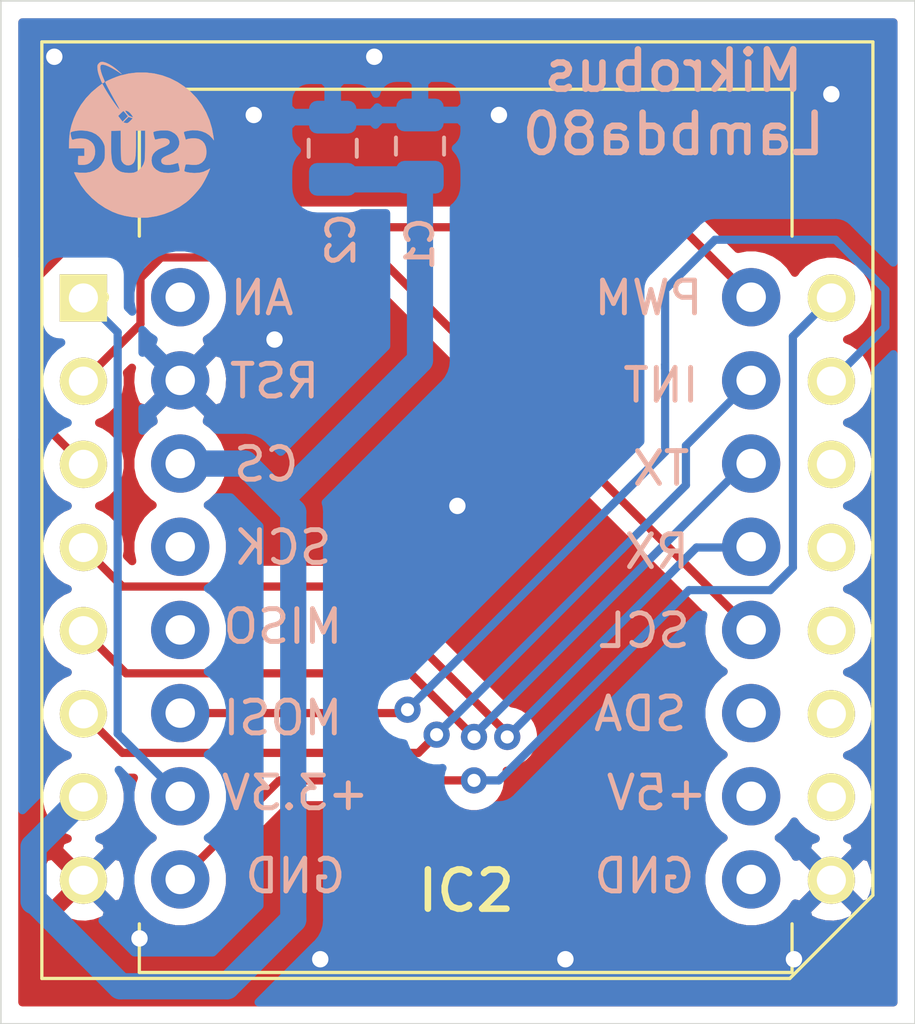
<source format=kicad_pcb>
(kicad_pcb (version 20171130) (host pcbnew "(5.1.10)-1")

  (general
    (thickness 1.6)
    (drawings 21)
    (tracks 96)
    (zones 0)
    (modules 5)
    (nets 22)
  )

  (page A4)
  (layers
    (0 F.Cu signal)
    (31 B.Cu signal)
    (32 B.Adhes user)
    (33 F.Adhes user)
    (34 B.Paste user)
    (35 F.Paste user)
    (36 B.SilkS user)
    (37 F.SilkS user)
    (38 B.Mask user)
    (39 F.Mask user)
    (40 Dwgs.User user)
    (41 Cmts.User user)
    (42 Eco1.User user)
    (43 Eco2.User user)
    (44 Edge.Cuts user)
    (45 Margin user)
    (46 B.CrtYd user)
    (47 F.CrtYd user)
    (48 B.Fab user)
    (49 F.Fab user)
  )

  (setup
    (last_trace_width 0.25)
    (trace_clearance 0.2)
    (zone_clearance 0.508)
    (zone_45_only no)
    (trace_min 0.2)
    (via_size 0.8)
    (via_drill 0.4)
    (via_min_size 0.4)
    (via_min_drill 0.3)
    (uvia_size 0.3)
    (uvia_drill 0.1)
    (uvias_allowed no)
    (uvia_min_size 0.2)
    (uvia_min_drill 0.1)
    (edge_width 0.05)
    (segment_width 0.2)
    (pcb_text_width 0.3)
    (pcb_text_size 1.5 1.5)
    (mod_edge_width 0.12)
    (mod_text_size 1 1)
    (mod_text_width 0.15)
    (pad_size 1.524 1.524)
    (pad_drill 0.762)
    (pad_to_mask_clearance 0)
    (aux_axis_origin 0 0)
    (grid_origin 117.11 39.44)
    (visible_elements 7FFFFFFF)
    (pcbplotparams
      (layerselection 0x010fc_ffffffff)
      (usegerberextensions false)
      (usegerberattributes true)
      (usegerberadvancedattributes true)
      (creategerberjobfile true)
      (excludeedgelayer true)
      (linewidth 0.100000)
      (plotframeref false)
      (viasonmask false)
      (mode 1)
      (useauxorigin false)
      (hpglpennumber 1)
      (hpglpenspeed 20)
      (hpglpendiameter 15.000000)
      (psnegative false)
      (psa4output false)
      (plotreference true)
      (plotvalue true)
      (plotinvisibletext false)
      (padsonsilk false)
      (subtractmaskfromsilk false)
      (outputformat 1)
      (mirror false)
      (drillshape 0)
      (scaleselection 1)
      (outputdirectory "Gerber/"))
  )

  (net 0 "")
  (net 1 GNDREF)
  (net 2 +3V3)
  (net 3 "Net-(IC1-Pad15)")
  (net 4 "Net-(IC1-Pad14)")
  (net 5 "Net-(IC1-Pad13)")
  (net 6 "Net-(IC1-Pad12)")
  (net 7 "Net-(IC1-Pad11)")
  (net 8 INT)
  (net 9 PWM)
  (net 10 MOSI)
  (net 11 MISO)
  (net 12 SCK)
  (net 13 CS)
  (net 14 RESET)
  (net 15 AN)
  (net 16 "Net-(IC2-Pad11)")
  (net 17 "Net-(IC2-Pad10)")
  (net 18 "Net-(IC2-Pad9)")
  (net 19 "Net-(IC2-Pad5)")
  (net 20 "Net-(IC2-Pad4)")
  (net 21 "Net-(IC2-Pad1)")

  (net_class Default "This is the default net class."
    (clearance 0.2)
    (trace_width 0.25)
    (via_dia 0.8)
    (via_drill 0.4)
    (uvia_dia 0.3)
    (uvia_drill 0.1)
    (add_net AN)
    (add_net CS)
    (add_net INT)
    (add_net MISO)
    (add_net MOSI)
    (add_net "Net-(IC1-Pad11)")
    (add_net "Net-(IC1-Pad12)")
    (add_net "Net-(IC1-Pad13)")
    (add_net "Net-(IC1-Pad14)")
    (add_net "Net-(IC1-Pad15)")
    (add_net "Net-(IC2-Pad1)")
    (add_net "Net-(IC2-Pad10)")
    (add_net "Net-(IC2-Pad11)")
    (add_net "Net-(IC2-Pad4)")
    (add_net "Net-(IC2-Pad5)")
    (add_net "Net-(IC2-Pad9)")
    (add_net PWM)
    (add_net RESET)
    (add_net SCK)
  )

  (net_class power ""
    (clearance 0.35)
    (trace_width 0.8)
    (via_dia 1)
    (via_drill 0.5)
    (uvia_dia 0.3)
    (uvia_drill 0.1)
    (add_net +3V3)
    (add_net GNDREF)
  )

  (module Logos-image:Image-Csug_6x6 (layer B.Cu) (tedit 60DB247E) (tstamp 60EDC2E5)
    (at 123.698 66.294 180)
    (fp_text reference G*** (at 0 0) (layer B.SilkS) hide
      (effects (font (size 1.524 1.524) (thickness 0.3)) (justify mirror))
    )
    (fp_text value LOGO (at 0.75 0) (layer B.SilkS) hide
      (effects (font (size 1.524 1.524) (thickness 0.3)) (justify mirror))
    )
    (fp_poly (pts (xy 0.383349 2.027458) (xy 0.63513 1.968363) (xy 0.704465 1.946444) (xy 0.77153 1.922367)
      (xy 0.847105 1.892645) (xy 0.924314 1.860295) (xy 0.99628 1.828328) (xy 1.056129 1.799761)
      (xy 1.096982 1.777606) (xy 1.109033 1.769095) (xy 1.104322 1.753475) (xy 1.086236 1.714136)
      (xy 1.056886 1.655078) (xy 1.018385 1.580298) (xy 0.972846 1.493794) (xy 0.922381 1.399564)
      (xy 0.869104 1.301606) (xy 0.815125 1.203919) (xy 0.762559 1.110501) (xy 0.742333 1.075105)
      (xy 0.709635 1.016051) (xy 0.685126 0.967658) (xy 0.671804 0.936104) (xy 0.670696 0.927387)
      (xy 0.684426 0.934447) (xy 0.712316 0.964571) (xy 0.751692 1.013906) (xy 0.799877 1.078599)
      (xy 0.854195 1.154795) (xy 0.911969 1.238641) (xy 0.970525 1.326284) (xy 1.027185 1.41387)
      (xy 1.079274 1.497547) (xy 1.124115 1.573459) (xy 1.143377 1.608027) (xy 1.201909 1.715866)
      (xy 1.335173 1.617073) (xy 1.526328 1.456292) (xy 1.700201 1.271516) (xy 1.853257 1.067369)
      (xy 1.981959 0.848474) (xy 2.06779 0.658813) (xy 2.138896 0.451778) (xy 2.185172 0.252954)
      (xy 2.208462 0.053336) (xy 2.212015 -0.045086) (xy 2.214562 -0.25686) (xy 1.980406 -0.2547)
      (xy 1.74625 -0.252541) (xy 1.74625 -0.492125) (xy 1.934241 -0.492125) (xy 1.939464 -0.61283)
      (xy 1.940739 -0.672886) (xy 1.939321 -0.720912) (xy 1.935524 -0.747806) (xy 1.934719 -0.749536)
      (xy 1.914351 -0.756946) (xy 1.868988 -0.760628) (xy 1.805222 -0.760085) (xy 1.798536 -0.7598)
      (xy 1.72761 -0.754708) (xy 1.676153 -0.744987) (xy 1.631917 -0.727408) (xy 1.594191 -0.705947)
      (xy 1.517819 -0.641029) (xy 1.462482 -0.555838) (xy 1.429588 -0.45506) (xy 1.420545 -0.343378)
      (xy 1.436762 -0.225478) (xy 1.44287 -0.202568) (xy 1.481939 -0.121635) (xy 1.546592 -0.051813)
      (xy 1.631238 0.001804) (xy 1.692672 0.025073) (xy 1.773062 0.039737) (xy 1.866825 0.043719)
      (xy 1.9605 0.037369) (xy 2.040627 0.021038) (xy 2.056536 0.0156) (xy 2.094406 0.00561)
      (xy 2.119573 0.005841) (xy 2.132412 0.024289) (xy 2.146499 0.064021) (xy 2.159476 0.114777)
      (xy 2.168984 0.166295) (xy 2.172665 0.208317) (xy 2.170387 0.226921) (xy 2.149052 0.244072)
      (xy 2.102662 0.26038) (xy 2.037908 0.274551) (xy 1.961483 0.285289) (xy 1.880079 0.2913)
      (xy 1.833562 0.292112) (xy 1.668588 0.278565) (xy 1.522288 0.240235) (xy 1.395389 0.177528)
      (xy 1.288616 0.090848) (xy 1.202697 -0.019399) (xy 1.170346 -0.077976) (xy 1.148562 -0.123876)
      (xy 1.134038 -0.161982) (xy 1.125307 -0.200744) (xy 1.120901 -0.248615) (xy 1.119355 -0.314048)
      (xy 1.119187 -0.372728) (xy 1.119826 -0.456864) (xy 1.122556 -0.517502) (xy 1.128598 -0.562884)
      (xy 1.139172 -0.601251) (xy 1.155497 -0.640844) (xy 1.16048 -0.651599) (xy 1.232065 -0.769083)
      (xy 1.325234 -0.864198) (xy 1.438295 -0.936166) (xy 1.569556 -0.984213) (xy 1.717325 -1.007563)
      (xy 1.879911 -1.005441) (xy 1.922298 -1.000886) (xy 1.982992 -0.994015) (xy 2.030313 -0.99005)
      (xy 2.056524 -0.989588) (xy 2.059244 -0.990327) (xy 2.054729 -1.005858) (xy 2.038128 -1.043914)
      (xy 2.012029 -1.098866) (xy 1.979024 -1.165086) (xy 1.977123 -1.16882) (xy 1.849702 -1.384748)
      (xy 1.696112 -1.586436) (xy 1.519734 -1.770968) (xy 1.32395 -1.935427) (xy 1.112139 -2.076897)
      (xy 0.887682 -2.19246) (xy 0.711141 -2.261025) (xy 0.518128 -2.314194) (xy 0.309525 -2.351303)
      (xy 0.096683 -2.371063) (xy -0.109047 -2.372184) (xy -0.206375 -2.365284) (xy -0.454352 -2.325685)
      (xy -0.697932 -2.25812) (xy -0.932326 -2.164614) (xy -1.152746 -2.047195) (xy -1.354401 -1.907886)
      (xy -1.424825 -1.849882) (xy -1.498445 -1.781765) (xy -1.579883 -1.699154) (xy -1.66213 -1.609799)
      (xy -1.738176 -1.521453) (xy -1.80101 -1.441867) (xy -1.827198 -1.404937) (xy -1.875623 -1.326933)
      (xy -1.929034 -1.231755) (xy -1.981735 -1.13035) (xy -2.028031 -1.033669) (xy -2.061645 -0.954196)
      (xy -2.091749 -0.87497) (xy -2.010164 -0.921014) (xy -1.890081 -0.975241) (xy -1.761788 -1.005376)
      (xy -1.61845 -1.012819) (xy -1.571625 -1.010844) (xy -1.475254 -1.002266) (xy -1.396578 -0.989816)
      (xy -1.339489 -0.974434) (xy -1.307878 -0.957061) (xy -1.30277 -0.945867) (xy -1.305219 -0.930003)
      (xy -1.164259 -0.930003) (xy -1.159383 -0.942467) (xy -1.137 -0.95422) (xy -1.093183 -0.97014)
      (xy -1.037335 -0.986819) (xy -1.036229 -0.987118) (xy -0.927746 -1.007059) (xy -0.81056 -1.012853)
      (xy -0.695174 -1.004974) (xy -0.59209 -0.983895) (xy -0.53975 -0.964763) (xy -0.439199 -0.906222)
      (xy -0.366902 -0.833936) (xy -0.321783 -0.746322) (xy -0.30277 -0.641799) (xy -0.301974 -0.614523)
      (xy -0.314109 -0.515915) (xy -0.352179 -0.429961) (xy -0.417487 -0.355139) (xy -0.511331 -0.289926)
      (xy -0.624555 -0.236885) (xy -0.721421 -0.195279) (xy -0.790048 -0.157633) (xy -0.833353 -0.121779)
      (xy -0.854249 -0.08555) (xy -0.85725 -0.063844) (xy -0.843454 -0.01212) (xy -0.802605 0.023887)
      (xy -0.735514 0.043681) (xy -0.67507 0.047625) (xy -0.605825 0.043522) (xy -0.535155 0.033006)
      (xy -0.498951 0.024273) (xy -0.453056 0.013026) (xy -0.420575 0.009814) (xy -0.411802 0.012367)
      (xy -0.401295 0.03526) (xy -0.388021 0.077366) (xy -0.374454 0.128651) (xy -0.363067 0.179086)
      (xy -0.356332 0.218641) (xy -0.356442 0.236919) (xy -0.382189 0.254147) (xy -0.433183 0.269596)
      (xy -0.502925 0.282109) (xy -0.538397 0.28575) (xy -0.111125 0.28575) (xy -0.111125 -0.13277)
      (xy -0.110512 -0.250032) (xy -0.108786 -0.361334) (xy -0.106119 -0.461337) (xy -0.102681 -0.5447)
      (xy -0.098645 -0.606084) (xy -0.094966 -0.636499) (xy -0.060658 -0.742805) (xy -0.002725 -0.838473)
      (xy 0.073786 -0.917874) (xy 0.163831 -0.975383) (xy 0.230187 -0.999104) (xy 0.30803 -1.010131)
      (xy 0.401853 -1.011262) (xy 0.499367 -1.003396) (xy 0.588285 -0.987431) (xy 0.646773 -0.968664)
      (xy 0.736012 -0.914543) (xy 0.81372 -0.837217) (xy 0.871622 -0.745065) (xy 0.875077 -0.737471)
      (xy 0.895896 -0.678191) (xy 0.911913 -0.603633) (xy 0.923406 -0.510597) (xy 0.930654 -0.395886)
      (xy 0.933939 -0.2563) (xy 0.933539 -0.088642) (xy 0.933324 -0.071437) (xy 0.928687 0.277813)
      (xy 0.782953 0.282363) (xy 0.637218 0.286913) (xy 0.63214 -0.162137) (xy 0.630588 -0.293327)
      (xy 0.629021 -0.396696) (xy 0.627106 -0.476174) (xy 0.624511 -0.535689) (xy 0.620903 -0.579168)
      (xy 0.61595 -0.610541) (xy 0.609318 -0.633736) (xy 0.600676 -0.65268) (xy 0.589691 -0.671303)
      (xy 0.588923 -0.67254) (xy 0.536184 -0.731434) (xy 0.469757 -0.766825) (xy 0.396991 -0.776434)
      (xy 0.325237 -0.757985) (xy 0.320642 -0.755687) (xy 0.281642 -0.731737) (xy 0.250086 -0.702086)
      (xy 0.225224 -0.663369) (xy 0.206308 -0.612221) (xy 0.192587 -0.545277) (xy 0.183314 -0.459171)
      (xy 0.177738 -0.350539) (xy 0.175111 -0.216016) (xy 0.174625 -0.099852) (xy 0.174625 0.28575)
      (xy -0.111125 0.28575) (xy -0.538397 0.28575) (xy -0.584918 0.290525) (xy -0.672664 0.293686)
      (xy -0.674688 0.293688) (xy -0.753003 0.292601) (xy -0.809622 0.288219) (xy -0.854557 0.278861)
      (xy -0.897821 0.262848) (xy -0.92075 0.252391) (xy -1.015748 0.196046) (xy -1.084742 0.12756)
      (xy -1.129219 0.050278) (xy -1.155983 -0.04757) (xy -1.152481 -0.14266) (xy -1.120196 -0.232281)
      (xy -1.060611 -0.313722) (xy -0.97521 -0.384271) (xy -0.865477 -0.441219) (xy -0.858796 -0.44389)
      (xy -0.755604 -0.487626) (xy -0.680902 -0.52729) (xy -0.632127 -0.565447) (xy -0.60672 -0.604659)
      (xy -0.60212 -0.64749) (xy -0.613112 -0.689851) (xy -0.643284 -0.726332) (xy -0.697739 -0.750449)
      (xy -0.771307 -0.761686) (xy -0.858816 -0.759531) (xy -0.955094 -0.74347) (xy -1.008066 -0.729094)
      (xy -1.061025 -0.713558) (xy -1.10031 -0.703585) (xy -1.117921 -0.701192) (xy -1.118133 -0.701357)
      (xy -1.123449 -0.718153) (xy -1.133873 -0.757625) (xy -1.147242 -0.811542) (xy -1.148473 -0.816645)
      (xy -1.162447 -0.886801) (xy -1.164259 -0.930003) (xy -1.305219 -0.930003) (xy -1.306445 -0.922068)
      (xy -1.314945 -0.877772) (xy -1.324135 -0.833437) (xy -1.336559 -0.780903) (xy -1.348111 -0.752862)
      (xy -1.363181 -0.742494) (xy -1.382647 -0.742554) (xy -1.506214 -0.754573) (xy -1.603466 -0.758969)
      (xy -1.678921 -0.755693) (xy -1.737098 -0.744698) (xy -1.755382 -0.738575) (xy -1.845354 -0.688464)
      (xy -1.913628 -0.616218) (xy -1.959084 -0.523879) (xy -1.980602 -0.41349) (xy -1.980873 -0.327357)
      (xy -1.960991 -0.208496) (xy -1.918831 -0.110628) (xy -1.855247 -0.034971) (xy -1.771094 0.017254)
      (xy -1.728866 0.032183) (xy -1.665272 0.043033) (xy -1.585867 0.046433) (xy -1.504205 0.042689)
      (xy -1.433844 0.032104) (xy -1.408976 0.025011) (xy -1.349515 0.00379) (xy -1.331776 0.069364)
      (xy -1.316735 0.12349) (xy -1.302292 0.17324) (xy -1.299956 0.180963) (xy -1.29025 0.216086)
      (xy -1.291214 0.23826) (xy -1.308179 0.252778) (xy -1.346472 0.264933) (xy -1.396166 0.276541)
      (xy -1.549608 0.298368) (xy -1.698597 0.294481) (xy -1.839036 0.26611) (xy -1.966826 0.214486)
      (xy -2.077871 0.14084) (xy -2.168072 0.046404) (xy -2.169784 0.044112) (xy -2.208438 -0.007937)
      (xy -2.197956 0.079375) (xy -2.150546 0.346094) (xy -2.074398 0.600586) (xy -2.048875 0.659745)
      (xy 0.269875 0.659745) (xy 0.280283 0.646582) (xy 0.307555 0.61762) (xy 0.345281 0.579634)
      (xy 0.387261 0.539826) (xy 0.416972 0.518643) (xy 0.44396 0.511643) (xy 0.477774 0.514384)
      (xy 0.483591 0.515291) (xy 0.525238 0.523428) (xy 0.551357 0.531307) (xy 0.554273 0.533107)
      (xy 0.547748 0.547171) (xy 0.523343 0.577102) (xy 0.486099 0.616798) (xy 0.480437 0.622497)
      (xy 0.398824 0.70411) (xy 0.334349 0.684793) (xy 0.294823 0.67174) (xy 0.272058 0.661876)
      (xy 0.269875 0.659745) (xy -2.048875 0.659745) (xy -2.034868 0.692208) (xy 0.254 0.692208)
      (xy 0.26739 0.692312) (xy 0.301463 0.701162) (xy 0.325095 0.708777) (xy 0.353281 0.722313)
      (xy 0.414832 0.722313) (xy 0.496592 0.638969) (xy 0.536408 0.598715) (xy 0.566283 0.569138)
      (xy 0.580526 0.555863) (xy 0.580956 0.555625) (xy 0.591027 0.56726) (xy 0.615063 0.597862)
      (xy 0.648004 0.640983) (xy 0.650329 0.644061) (xy 0.717099 0.732497) (xy 0.640331 0.810724)
      (xy 0.600705 0.849149) (xy 0.569534 0.875784) (xy 0.55334 0.885073) (xy 0.5531 0.885007)
      (xy 0.538428 0.871462) (xy 0.51048 0.840017) (xy 0.478735 0.801688) (xy 0.414832 0.722313)
      (xy 0.353281 0.722313) (xy 0.379708 0.735004) (xy 0.426595 0.777278) (xy 0.453995 0.811747)
      (xy 0.483204 0.853877) (xy 0.501544 0.884952) (xy 0.505123 0.897168) (xy 0.487205 0.897241)
      (xy 0.450992 0.889118) (xy 0.439589 0.88578) (xy 0.389966 0.860362) (xy 0.340066 0.812225)
      (xy 0.317365 0.783789) (xy 0.285174 0.740085) (xy 0.262364 0.707076) (xy 0.254 0.692208)
      (xy -2.034868 0.692208) (xy -1.970572 0.841229) (xy -1.840129 1.066396) (xy -1.684128 1.274465)
      (xy -1.50363 1.463811) (xy -1.299694 1.632809) (xy -1.097167 1.766064) (xy -0.869682 1.881389)
      (xy -0.63031 1.968428) (xy -0.382185 2.026869) (xy -0.128444 2.056396) (xy 0.127779 2.056697)
      (xy 0.383349 2.027458)) (layer B.SilkS) (width 0.01))
    (fp_poly (pts (xy 1.250028 2.376366) (xy 1.285265 2.356501) (xy 1.310294 2.330009) (xy 1.332889 2.300572)
      (xy 1.344873 2.273354) (xy 1.348439 2.237914) (xy 1.345783 2.183811) (xy 1.344495 2.167291)
      (xy 1.33394 2.095053) (xy 1.312146 2.011276) (xy 1.277589 1.911178) (xy 1.228746 1.789974)
      (xy 1.211704 1.750219) (xy 1.196966 1.732404) (xy 1.173072 1.737685) (xy 1.150926 1.752233)
      (xy 1.135452 1.765609) (xy 1.130505 1.781257) (xy 1.136874 1.807375) (xy 1.155348 1.85216)
      (xy 1.161991 1.867327) (xy 1.209564 1.985276) (xy 1.242719 2.088663) (xy 1.260713 2.174231)
      (xy 1.262803 2.238722) (xy 1.25394 2.270471) (xy 1.238998 2.291329) (xy 1.217248 2.299947)
      (xy 1.178548 2.299011) (xy 1.155597 2.296509) (xy 1.094038 2.281131) (xy 1.012518 2.248433)
      (xy 0.915953 2.200822) (xy 0.809258 2.140706) (xy 0.706437 2.076464) (xy 0.611187 2.014141)
      (xy 0.682625 2.081012) (xy 0.787783 2.17204) (xy 0.893595 2.249949) (xy 0.995504 2.3121)
      (xy 1.088951 2.355856) (xy 1.169382 2.378576) (xy 1.20112 2.381238) (xy 1.250028 2.376366)) (layer B.SilkS) (width 0.01))
  )

  (module LIB_LAMBDA80C-24-Traversant:Lambda80C_24S-traversant (layer F.Cu) (tedit 60E71243) (tstamp 60E77DDA)
    (at 132.334 73.152)
    (path /60E6FFFC)
    (fp_text reference IC2 (at 1.286 16.072 180) (layer F.SilkS)
      (effects (font (size 1.2 1.2) (thickness 0.2)))
    )
    (fp_text value LAMBDA80C-24S (at 0 -0.5) (layer F.Fab)
      (effects (font (size 1 1) (thickness 0.15)))
    )
    (fp_line (start 11.245 -8.405) (end 11.245 18.565) (layer Dwgs.User) (width 0.2))
    (fp_line (start -8.705 18.565) (end -8.705 -8.405) (layer Dwgs.User) (width 0.2))
    (fp_line (start -8.705 -8.405) (end 11.245 -8.405) (layer Dwgs.User) (width 0.2))
    (fp_line (start -10.93 -9.405) (end 12.245 -9.405) (layer Dwgs.User) (width 0.1))
    (fp_line (start 11.245 18.565) (end -8.705 18.565) (layer Dwgs.User) (width 0.2))
    (fp_line (start 12.245 -9.405) (end 12.245 19.565) (layer Dwgs.User) (width 0.1))
    (fp_line (start 12.245 19.565) (end -10.93 19.565) (layer Dwgs.User) (width 0.1))
    (fp_line (start -10.93 19.565) (end -10.93 -9.405) (layer Dwgs.User) (width 0.1))
    (fp_line (start -8.705 17.08) (end -8.705 18.565) (layer F.SilkS) (width 0.1))
    (fp_line (start -8.705 18.565) (end 11.245 18.565) (layer F.SilkS) (width 0.1))
    (fp_line (start -8.705 -8.405) (end 11.245 -8.405) (layer F.SilkS) (width 0.1))
    (fp_line (start -9.93 -2.055) (end -9.93 -2.055) (layer F.SilkS) (width 0.2))
    (fp_line (start 11.245 18.565) (end 11.245 17.08) (layer F.SilkS) (width 0.1))
    (fp_line (start -9.73 -2.055) (end -9.73 -2.055) (layer F.SilkS) (width 0.2))
    (fp_line (start -8.705 -3.92) (end -8.705 -8.405) (layer F.SilkS) (width 0.1))
    (fp_line (start 11.245 -8.405) (end 11.245 -3.92) (layer F.SilkS) (width 0.1))
    (fp_text user LAMBDA80C24S (at 0.658 5.08) (layer F.SilkS) hide
      (effects (font (size 1.27 1.27) (thickness 0.254)))
    )
    (fp_arc (start -9.83 -2.055) (end -9.73 -2.055) (angle -180) (layer F.SilkS) (width 0.2))
    (fp_arc (start -9.83 -2.055) (end -9.93 -2.055) (angle -180) (layer F.SilkS) (width 0.2))
    (pad 5 thru_hole circle (at -7.455 8.105 90) (size 1.78 1.78) (drill 0.9) (layers *.Cu *.Mask)
      (net 19 "Net-(IC2-Pad5)"))
    (pad 13 thru_hole circle (at 9.995 5.565 90) (size 1.78 1.78) (drill 0.9) (layers *.Cu *.Mask)
      (net 12 SCK))
    (pad 3 thru_hole circle (at -7.455 3.025 90) (size 1.78 1.78) (drill 0.9) (layers *.Cu *.Mask)
      (net 2 +3V3))
    (pad 14 thru_hole circle (at 9.995 3.025 90) (size 1.78 1.78) (drill 0.9) (layers *.Cu *.Mask)
      (net 11 MISO))
    (pad 16 thru_hole circle (at 9.995 -2.055 90) (size 1.78 1.78) (drill 0.9) (layers *.Cu *.Mask)
      (net 13 CS))
    (pad 6 thru_hole circle (at -7.455 10.645 90) (size 1.78 1.78) (drill 0.9) (layers *.Cu *.Mask)
      (net 8 INT))
    (pad 9 thru_hole circle (at 9.995 15.725 90) (size 1.78 1.78) (drill 0.9) (layers *.Cu *.Mask)
      (net 18 "Net-(IC2-Pad9)"))
    (pad 2 thru_hole circle (at -7.455 0.485 90) (size 1.78 1.78) (drill 0.9) (layers *.Cu *.Mask)
      (net 1 GNDREF))
    (pad 7 thru_hole circle (at -7.455 13.185 90) (size 1.78 1.78) (drill 0.9) (layers *.Cu *.Mask)
      (net 15 AN))
    (pad 10 thru_hole circle (at 9.995 13.185 90) (size 1.78 1.78) (drill 0.9) (layers *.Cu *.Mask)
      (net 17 "Net-(IC2-Pad10)"))
    (pad 11 thru_hole circle (at 9.995 10.645 90) (size 1.78 1.78) (drill 0.9) (layers *.Cu *.Mask)
      (net 16 "Net-(IC2-Pad11)"))
    (pad 12 thru_hole circle (at 9.995 8.105 90) (size 1.78 1.78) (drill 0.9) (layers *.Cu *.Mask)
      (net 14 RESET))
    (pad 1 thru_hole circle (at -7.455 -2.055 90) (size 1.78 1.78) (drill 0.9) (layers *.Cu *.Mask)
      (net 21 "Net-(IC2-Pad1)"))
    (pad 8 thru_hole circle (at -7.455 15.725 90) (size 1.78 1.78) (drill 0.9) (layers *.Cu *.Mask)
      (net 9 PWM))
    (pad 15 thru_hole circle (at 9.995 0.485 90) (size 1.78 1.78) (drill 0.9) (layers *.Cu *.Mask)
      (net 10 MOSI))
    (pad 4 thru_hole circle (at -7.455 5.565 90) (size 1.78 1.78) (drill 0.9) (layers *.Cu *.Mask)
      (net 20 "Net-(IC2-Pad4)"))
  )

  (module MIKROE-924:MIKROE924 (layer F.Cu) (tedit 60CB6671) (tstamp 60E75B75)
    (at 121.92 71.12)
    (descr MIKROE-924-2)
    (tags "Integrated Circuit")
    (path /60E71ED5)
    (fp_text reference IC1 (at 11.43 6.48) (layer F.SilkS) hide
      (effects (font (size 1.27 1.27) (thickness 0.254)))
    )
    (fp_text value MIKROE-924 (at 11.43 6.48) (layer F.SilkS) hide
      (effects (font (size 1.27 1.27) (thickness 0.254)))
    )
    (fp_line (start -2.27 -8.82) (end 25.13 -8.82) (layer Dwgs.User) (width 0.1))
    (fp_line (start 25.13 -8.82) (end 25.13 21.78) (layer Dwgs.User) (width 0.1))
    (fp_line (start 25.13 21.78) (end -2.27 21.78) (layer Dwgs.User) (width 0.1))
    (fp_line (start -2.27 21.78) (end -2.27 -8.82) (layer Dwgs.User) (width 0.1))
    (fp_line (start 24.13 18.24) (end 21.59 20.78) (layer Dwgs.User) (width 0.2))
    (fp_line (start 21.59 20.78) (end -1.27 20.78) (layer Dwgs.User) (width 0.2))
    (fp_line (start -1.27 20.78) (end -1.27 -7.82) (layer Dwgs.User) (width 0.2))
    (fp_line (start -1.27 -7.82) (end 24.13 -7.82) (layer Dwgs.User) (width 0.2))
    (fp_line (start 24.13 -7.82) (end 24.13 18.24) (layer Dwgs.User) (width 0.2))
    (fp_line (start -1.27 -7.16) (end -1.27 20.78) (layer F.SilkS) (width 0.1))
    (fp_line (start -1.27 20.78) (end 21.59 20.78) (layer F.SilkS) (width 0.1))
    (fp_line (start 21.59 20.78) (end 24.13 18.24) (layer F.SilkS) (width 0.1))
    (fp_line (start 24.13 18.24) (end 24.13 -7.82) (layer F.SilkS) (width 0.1))
    (fp_line (start 24.13 -7.82) (end -1.27 -7.82) (layer F.SilkS) (width 0.1))
    (fp_line (start -1.27 -7.82) (end -1.27 -7.16) (layer F.SilkS) (width 0.1))
    (pad 16 thru_hole circle (at 22.86 17.78 90) (size 1.445 1.445) (drill 0.889) (layers *.Cu *.Mask F.SilkS)
      (net 1 GNDREF))
    (pad 15 thru_hole circle (at 22.86 15.24 90) (size 1.445 1.445) (drill 0.889) (layers *.Cu *.Mask F.SilkS)
      (net 3 "Net-(IC1-Pad15)"))
    (pad 14 thru_hole circle (at 22.86 12.7 90) (size 1.445 1.445) (drill 0.889) (layers *.Cu *.Mask F.SilkS)
      (net 4 "Net-(IC1-Pad14)"))
    (pad 13 thru_hole circle (at 22.86 10.16 90) (size 1.445 1.445) (drill 0.889) (layers *.Cu *.Mask F.SilkS)
      (net 5 "Net-(IC1-Pad13)"))
    (pad 12 thru_hole circle (at 22.86 7.62 90) (size 1.445 1.445) (drill 0.889) (layers *.Cu *.Mask F.SilkS)
      (net 6 "Net-(IC1-Pad12)"))
    (pad 11 thru_hole circle (at 22.86 5.08 90) (size 1.445 1.445) (drill 0.889) (layers *.Cu *.Mask F.SilkS)
      (net 7 "Net-(IC1-Pad11)"))
    (pad 10 thru_hole circle (at 22.86 2.54 90) (size 1.445 1.445) (drill 0.889) (layers *.Cu *.Mask F.SilkS)
      (net 8 INT))
    (pad 9 thru_hole circle (at 22.86 0 90) (size 1.445 1.445) (drill 0.889) (layers *.Cu *.Mask F.SilkS)
      (net 9 PWM))
    (pad 8 thru_hole circle (at 0 17.78 90) (size 1.445 1.445) (drill 0.889) (layers *.Cu *.Mask F.SilkS)
      (net 1 GNDREF))
    (pad 7 thru_hole circle (at 0 15.24 90) (size 1.445 1.445) (drill 0.889) (layers *.Cu *.Mask F.SilkS)
      (net 2 +3V3))
    (pad 6 thru_hole circle (at 0 12.7 90) (size 1.445 1.445) (drill 0.889) (layers *.Cu *.Mask F.SilkS)
      (net 10 MOSI))
    (pad 5 thru_hole circle (at 0 10.16 90) (size 1.445 1.445) (drill 0.889) (layers *.Cu *.Mask F.SilkS)
      (net 11 MISO))
    (pad 4 thru_hole circle (at 0 7.62 90) (size 1.445 1.445) (drill 0.889) (layers *.Cu *.Mask F.SilkS)
      (net 12 SCK))
    (pad 3 thru_hole circle (at 0 5.08 90) (size 1.445 1.445) (drill 0.889) (layers *.Cu *.Mask F.SilkS)
      (net 13 CS))
    (pad 2 thru_hole circle (at 0 2.54 90) (size 1.445 1.445) (drill 0.889) (layers *.Cu *.Mask F.SilkS)
      (net 14 RESET))
    (pad 1 thru_hole rect (at 0 0 90) (size 1.445 1.445) (drill 0.889) (layers *.Cu *.Mask F.SilkS)
      (net 15 AN))
  )

  (module Capacitor_SMD:C_0805_2012Metric (layer B.Cu) (tedit 5F68FEEE) (tstamp 60E75B52)
    (at 129.54 66.548 90)
    (descr "Capacitor SMD 0805 (2012 Metric), square (rectangular) end terminal, IPC_7351 nominal, (Body size source: IPC-SM-782 page 76, https://www.pcb-3d.com/wordpress/wp-content/uploads/ipc-sm-782a_amendment_1_and_2.pdf, https://docs.google.com/spreadsheets/d/1BsfQQcO9C6DZCsRaXUlFlo91Tg2WpOkGARC1WS5S8t0/edit?usp=sharing), generated with kicad-footprint-generator")
    (tags capacitor)
    (path /60E8D51A)
    (attr smd)
    (fp_text reference C2 (at -2.794 0.254 90) (layer B.SilkS)
      (effects (font (size 0.8 0.8) (thickness 0.15)) (justify mirror))
    )
    (fp_text value 100nF (at 0 -1.68 90) (layer B.Fab)
      (effects (font (size 1 1) (thickness 0.15)) (justify mirror))
    )
    (fp_line (start 1.7 -0.98) (end -1.7 -0.98) (layer B.CrtYd) (width 0.05))
    (fp_line (start 1.7 0.98) (end 1.7 -0.98) (layer B.CrtYd) (width 0.05))
    (fp_line (start -1.7 0.98) (end 1.7 0.98) (layer B.CrtYd) (width 0.05))
    (fp_line (start -1.7 -0.98) (end -1.7 0.98) (layer B.CrtYd) (width 0.05))
    (fp_line (start -0.261252 -0.735) (end 0.261252 -0.735) (layer B.SilkS) (width 0.12))
    (fp_line (start -0.261252 0.735) (end 0.261252 0.735) (layer B.SilkS) (width 0.12))
    (fp_line (start 1 -0.625) (end -1 -0.625) (layer B.Fab) (width 0.1))
    (fp_line (start 1 0.625) (end 1 -0.625) (layer B.Fab) (width 0.1))
    (fp_line (start -1 0.625) (end 1 0.625) (layer B.Fab) (width 0.1))
    (fp_line (start -1 -0.625) (end -1 0.625) (layer B.Fab) (width 0.1))
    (fp_text user %R (at 0 0 90) (layer B.Fab)
      (effects (font (size 0.5 0.5) (thickness 0.08)) (justify mirror))
    )
    (pad 2 smd roundrect (at 0.95 0 90) (size 1 1.45) (layers B.Cu B.Paste B.Mask) (roundrect_rratio 0.25)
      (net 1 GNDREF))
    (pad 1 smd roundrect (at -0.95 0 90) (size 1 1.45) (layers B.Cu B.Paste B.Mask) (roundrect_rratio 0.25)
      (net 2 +3V3))
    (model ${KISYS3DMOD}/Capacitor_SMD.3dshapes/C_0805_2012Metric.wrl
      (at (xyz 0 0 0))
      (scale (xyz 1 1 1))
      (rotate (xyz 0 0 0))
    )
  )

  (module Capacitor_SMD:C_0805_2012Metric (layer B.Cu) (tedit 5F68FEEE) (tstamp 60E75B41)
    (at 132.207 66.482 90)
    (descr "Capacitor SMD 0805 (2012 Metric), square (rectangular) end terminal, IPC_7351 nominal, (Body size source: IPC-SM-782 page 76, https://www.pcb-3d.com/wordpress/wp-content/uploads/ipc-sm-782a_amendment_1_and_2.pdf, https://docs.google.com/spreadsheets/d/1BsfQQcO9C6DZCsRaXUlFlo91Tg2WpOkGARC1WS5S8t0/edit?usp=sharing), generated with kicad-footprint-generator")
    (tags capacitor)
    (path /60E8A87C)
    (attr smd)
    (fp_text reference C1 (at -2.987 0 90) (layer B.SilkS)
      (effects (font (size 0.8 0.8) (thickness 0.15)) (justify mirror))
    )
    (fp_text value 10uF (at 0 -1.68 90) (layer B.Fab)
      (effects (font (size 1 1) (thickness 0.15)) (justify mirror))
    )
    (fp_line (start 1.7 -0.98) (end -1.7 -0.98) (layer B.CrtYd) (width 0.05))
    (fp_line (start 1.7 0.98) (end 1.7 -0.98) (layer B.CrtYd) (width 0.05))
    (fp_line (start -1.7 0.98) (end 1.7 0.98) (layer B.CrtYd) (width 0.05))
    (fp_line (start -1.7 -0.98) (end -1.7 0.98) (layer B.CrtYd) (width 0.05))
    (fp_line (start -0.261252 -0.735) (end 0.261252 -0.735) (layer B.SilkS) (width 0.12))
    (fp_line (start -0.261252 0.735) (end 0.261252 0.735) (layer B.SilkS) (width 0.12))
    (fp_line (start 1 -0.625) (end -1 -0.625) (layer B.Fab) (width 0.1))
    (fp_line (start 1 0.625) (end 1 -0.625) (layer B.Fab) (width 0.1))
    (fp_line (start -1 0.625) (end 1 0.625) (layer B.Fab) (width 0.1))
    (fp_line (start -1 -0.625) (end -1 0.625) (layer B.Fab) (width 0.1))
    (fp_text user %R (at 0 0 90) (layer B.Fab)
      (effects (font (size 0.5 0.5) (thickness 0.08)) (justify mirror))
    )
    (pad 2 smd roundrect (at 0.95 0 90) (size 1 1.45) (layers B.Cu B.Paste B.Mask) (roundrect_rratio 0.25)
      (net 1 GNDREF))
    (pad 1 smd roundrect (at -0.95 0 90) (size 1 1.45) (layers B.Cu B.Paste B.Mask) (roundrect_rratio 0.25)
      (net 2 +3V3))
    (model ${KISYS3DMOD}/Capacitor_SMD.3dshapes/C_0805_2012Metric.wrl
      (at (xyz 0 0 0))
      (scale (xyz 1 1 1))
      (rotate (xyz 0 0 0))
    )
  )

  (gr_line (start 147.336 62.046) (end 119.396 62.046) (layer Edge.Cuts) (width 0.05))
  (gr_line (start 147.336 93.288) (end 147.336 62.046) (layer Edge.Cuts) (width 0.05))
  (gr_line (start 119.396 93.288) (end 147.336 93.288) (layer Edge.Cuts) (width 0.05))
  (gr_line (start 119.396 62.046) (end 119.396 93.288) (layer Edge.Cuts) (width 0.05))
  (gr_text "Mikrobus\nLambda80" (at 139.954 65.151) (layer B.SilkS)
    (effects (font (size 1.2 1.2) (thickness 0.2)) (justify mirror))
  )
  (gr_text GND (at 139.065 88.773) (layer B.SilkS)
    (effects (font (size 1 1) (thickness 0.15)) (justify mirror))
  )
  (gr_text "+5V\n" (at 139.446 86.233) (layer B.SilkS)
    (effects (font (size 1 1) (thickness 0.15)) (justify mirror))
  )
  (gr_text SDA (at 138.938 83.82) (layer B.SilkS)
    (effects (font (size 1 1) (thickness 0.15)) (justify mirror))
  )
  (gr_text SCL (at 139.065 81.28) (layer B.SilkS)
    (effects (font (size 1 1) (thickness 0.15)) (justify mirror))
  )
  (gr_text RX (at 139.446 78.867) (layer B.SilkS) (tstamp 60ED5D4A)
    (effects (font (size 1 1) (thickness 0.15)) (justify mirror))
  )
  (gr_text TX (at 139.573 76.327) (layer B.SilkS) (tstamp 60ED5D42)
    (effects (font (size 1 1) (thickness 0.15)) (justify mirror))
  )
  (gr_text INT (at 139.573 73.787) (layer B.SilkS) (tstamp 60ED5D3F)
    (effects (font (size 1 1) (thickness 0.15)) (justify mirror))
  )
  (gr_text PWM (at 139.192 71.12) (layer B.SilkS) (tstamp 60ED5D3A)
    (effects (font (size 1 1) (thickness 0.15)) (justify mirror))
  )
  (gr_text GND (at 128.397 88.773) (layer B.SilkS) (tstamp 60ED5D32)
    (effects (font (size 1 1) (thickness 0.15)) (justify mirror))
  )
  (gr_text +3.3V (at 128.397 86.233) (layer B.SilkS) (tstamp 60ED5D2E)
    (effects (font (size 1 1) (thickness 0.15)) (justify mirror))
  )
  (gr_text MOSI (at 128.016 83.947) (layer B.SilkS) (tstamp 60ED5D2B)
    (effects (font (size 1 1) (thickness 0.15)) (justify mirror))
  )
  (gr_text MISO (at 128.016 81.153) (layer B.SilkS) (tstamp 60ED5D28)
    (effects (font (size 1 1) (thickness 0.15)) (justify mirror))
  )
  (gr_text SCK (at 128.016 78.74) (layer B.SilkS)
    (effects (font (size 1 1) (thickness 0.15)) (justify mirror))
  )
  (gr_text CS (at 127.508 76.2) (layer B.SilkS)
    (effects (font (size 1 1) (thickness 0.15)) (justify mirror))
  )
  (gr_text RST (at 127.762 73.66) (layer B.SilkS)
    (effects (font (size 1 1) (thickness 0.15)) (justify mirror))
  )
  (gr_text AN (at 127.381 71.12) (layer B.SilkS)
    (effects (font (size 1 1) (thickness 0.15)) (justify mirror))
  )

  (via (at 144.78 64.897) (size 1) (drill 0.5) (layers F.Cu B.Cu) (net 1))
  (via (at 121.031 63.754) (size 1) (drill 0.5) (layers F.Cu B.Cu) (net 1))
  (segment (start 124.879 73.637) (end 124.879 73.675798) (width 0.8) (layer F.Cu) (net 1))
  (via (at 129.159 91.313) (size 1) (drill 0.5) (layers F.Cu B.Cu) (net 1))
  (via (at 143.637 91.313) (size 1) (drill 0.5) (layers F.Cu B.Cu) (net 1))
  (via (at 133.35 77.47) (size 1) (drill 0.5) (layers F.Cu B.Cu) (net 1))
  (via (at 136.652 91.313) (size 1) (drill 0.5) (layers F.Cu B.Cu) (net 1))
  (via (at 134.62 65.532) (size 1) (drill 0.5) (layers F.Cu B.Cu) (net 1) (tstamp 60ED5C67))
  (via (at 130.81 63.754) (size 1) (drill 0.5) (layers F.Cu B.Cu) (net 1) (tstamp 60ED5C97))
  (via (at 127.762 72.39) (size 1) (drill 0.5) (layers F.Cu B.Cu) (net 1) (tstamp 60ED5EB7))
  (via (at 127.127 65.532) (size 1) (drill 0.5) (layers F.Cu B.Cu) (net 1) (tstamp 60EDC02A))
  (via (at 123.6345 90.678) (size 1) (drill 0.5) (layers F.Cu B.Cu) (net 1) (tstamp 60EDC43A))
  (segment (start 126.850552 76.177) (end 124.879 76.177) (width 0.8) (layer B.Cu) (net 2))
  (segment (start 127.508276 76.834724) (end 126.850552 76.177) (width 0.8) (layer B.Cu) (net 2))
  (segment (start 132.141 67.498) (end 132.207 67.432) (width 0.8) (layer B.Cu) (net 2))
  (segment (start 129.54 67.498) (end 132.141 67.498) (width 0.8) (layer B.Cu) (net 2))
  (segment (start 127.889276 77.215724) (end 128.016276 77.215724) (width 0.8) (layer B.Cu) (net 2))
  (segment (start 127.889276 77.215724) (end 127.508276 76.834724) (width 0.8) (layer B.Cu) (net 2))
  (segment (start 132.207 73.025) (end 131.826 73.406) (width 0.8) (layer B.Cu) (net 2))
  (segment (start 132.207 67.432) (end 132.207 73.025) (width 0.8) (layer B.Cu) (net 2))
  (segment (start 131.826 73.406) (end 132.08 73.152) (width 0.8) (layer B.Cu) (net 2))
  (segment (start 128.016276 77.215724) (end 131.826 73.406) (width 0.8) (layer B.Cu) (net 2))
  (segment (start 128.333776 77.660224) (end 127.889276 77.215724) (width 0.8) (layer B.Cu) (net 2))
  (segment (start 126.3015 92.1385) (end 128.333776 90.106224) (width 0.8) (layer B.Cu) (net 2))
  (segment (start 123.0495 92.1385) (end 126.3015 92.1385) (width 0.8) (layer B.Cu) (net 2))
  (segment (start 120.447499 89.536499) (end 123.0495 92.1385) (width 0.8) (layer B.Cu) (net 2))
  (segment (start 120.397499 89.536499) (end 120.447499 89.536499) (width 0.8) (layer B.Cu) (net 2))
  (segment (start 128.333776 90.106224) (end 128.333776 77.660224) (width 0.8) (layer B.Cu) (net 2))
  (segment (start 120.397499 87.882501) (end 120.397499 89.536499) (width 0.8) (layer B.Cu) (net 2))
  (segment (start 121.92 86.36) (end 120.397499 87.882501) (width 0.8) (layer B.Cu) (net 2))
  (segment (start 144.907 69.342) (end 146.431 70.866) (width 0.25) (layer B.Cu) (net 8))
  (segment (start 141.224 69.342) (end 144.907 69.342) (width 0.25) (layer B.Cu) (net 8))
  (segment (start 146.431 70.866) (end 146.431 72.009) (width 0.25) (layer B.Cu) (net 8))
  (segment (start 146.431 72.009) (end 144.78 73.66) (width 0.25) (layer B.Cu) (net 8))
  (segment (start 139.7 70.866) (end 141.224 69.342) (width 0.25) (layer B.Cu) (net 8))
  (segment (start 124.879 83.797) (end 129.515963 83.797) (width 0.25) (layer F.Cu) (net 8))
  (via (at 131.826 83.693) (size 0.8) (drill 0.4) (layers F.Cu B.Cu) (net 8))
  (segment (start 131.722 83.797) (end 131.826 83.693) (width 0.25) (layer F.Cu) (net 8))
  (segment (start 129.515963 83.797) (end 131.722 83.797) (width 0.25) (layer F.Cu) (net 8))
  (segment (start 131.826 83.693) (end 139.7 75.819) (width 0.25) (layer B.Cu) (net 8))
  (segment (start 139.7 75.819) (end 139.7 73.152) (width 0.25) (layer B.Cu) (net 8))
  (segment (start 139.7 73.152) (end 139.7 70.866) (width 0.25) (layer B.Cu) (net 8))
  (segment (start 139.7 73.279) (end 139.7 73.152) (width 0.25) (layer B.Cu) (net 8))
  (segment (start 143.605001 72.294999) (end 144.78 71.12) (width 0.25) (layer B.Cu) (net 9))
  (segment (start 143.605001 79.349199) (end 142.912201 80.041999) (width 0.25) (layer B.Cu) (net 9))
  (segment (start 143.605001 72.294999) (end 143.605001 79.349199) (width 0.25) (layer B.Cu) (net 9))
  (via (at 133.858 85.852) (size 0.8) (drill 0.4) (layers F.Cu B.Cu) (net 9))
  (segment (start 127.904 85.852) (end 124.879 88.877) (width 0.25) (layer F.Cu) (net 9))
  (segment (start 133.858 85.852) (end 127.904 85.852) (width 0.25) (layer F.Cu) (net 9))
  (segment (start 140.430001 80.041999) (end 142.912201 80.041999) (width 0.25) (layer B.Cu) (net 9))
  (segment (start 134.62 85.852) (end 140.430001 80.041999) (width 0.25) (layer B.Cu) (net 9))
  (segment (start 133.858 85.852) (end 134.62 85.852) (width 0.25) (layer B.Cu) (net 9))
  (via (at 132.715 84.455) (size 0.8) (drill 0.4) (layers F.Cu B.Cu) (net 10))
  (segment (start 132.157999 85.012001) (end 132.715 84.455) (width 0.25) (layer F.Cu) (net 10))
  (segment (start 123.112001 85.012001) (end 132.157999 85.012001) (width 0.25) (layer F.Cu) (net 10))
  (segment (start 121.92 83.82) (end 123.112001 85.012001) (width 0.25) (layer F.Cu) (net 10))
  (segment (start 142.329 73.637) (end 140.335 75.631) (width 0.25) (layer B.Cu) (net 10))
  (segment (start 140.335 76.835) (end 138.3665 78.8035) (width 0.25) (layer B.Cu) (net 10))
  (segment (start 140.335 75.631) (end 140.335 76.835) (width 0.25) (layer B.Cu) (net 10))
  (segment (start 138.3665 78.8035) (end 138.43 78.74) (width 0.25) (layer B.Cu) (net 10))
  (segment (start 132.715 84.455) (end 138.3665 78.8035) (width 0.25) (layer B.Cu) (net 10))
  (segment (start 121.92 81.28) (end 123.221999 82.581999) (width 0.25) (layer F.Cu) (net 11))
  (segment (start 142.306 76.2) (end 142.329 76.177) (width 0.25) (layer B.Cu) (net 11))
  (via (at 133.858 84.524998) (size 0.8) (drill 0.4) (layers F.Cu B.Cu) (net 11))
  (segment (start 133.858 84.524998) (end 133.858 84.328) (width 0.25) (layer B.Cu) (net 11))
  (segment (start 129.317999 82.581999) (end 131.915001 82.581999) (width 0.25) (layer F.Cu) (net 11))
  (segment (start 132.108501 82.775499) (end 133.858 84.524998) (width 0.25) (layer F.Cu) (net 11))
  (segment (start 123.221999 82.581999) (end 129.317999 82.581999) (width 0.25) (layer F.Cu) (net 11))
  (segment (start 131.915001 82.581999) (end 132.108501 82.775499) (width 0.25) (layer F.Cu) (net 11))
  (segment (start 129.317999 82.581999) (end 129.502001 82.581999) (width 0.25) (layer F.Cu) (net 11))
  (segment (start 141.640313 76.177) (end 142.329 76.177) (width 0.25) (layer B.Cu) (net 11))
  (segment (start 133.858 84.524998) (end 133.858 84.467996) (width 0.25) (layer B.Cu) (net 11))
  (segment (start 142.148996 76.177) (end 142.329 76.177) (width 0.25) (layer B.Cu) (net 11))
  (segment (start 133.858 84.467996) (end 142.148996 76.177) (width 0.25) (layer B.Cu) (net 11))
  (via (at 134.874 84.524998) (size 0.8) (drill 0.4) (layers F.Cu B.Cu) (net 12) (tstamp 60EC8DA2))
  (segment (start 121.92 78.74) (end 123.112001 79.932001) (width 0.25) (layer F.Cu) (net 12))
  (segment (start 134.874 84.524998) (end 140.658998 78.74) (width 0.25) (layer B.Cu) (net 12))
  (segment (start 142.306 78.74) (end 142.329 78.717) (width 0.25) (layer B.Cu) (net 12))
  (segment (start 140.658998 78.74) (end 142.306 78.74) (width 0.25) (layer B.Cu) (net 12))
  (segment (start 134.874 84.524998) (end 134.874 84.467996) (width 0.25) (layer F.Cu) (net 12))
  (segment (start 123.112001 79.932001) (end 130.379999 79.932001) (width 0.25) (layer F.Cu) (net 12))
  (segment (start 134.874 84.426002) (end 134.874 84.524998) (width 0.25) (layer F.Cu) (net 12))
  (segment (start 130.379999 79.932001) (end 134.874 84.426002) (width 0.25) (layer F.Cu) (net 12))
  (segment (start 120.523 74.803) (end 121.92 76.2) (width 0.25) (layer F.Cu) (net 13))
  (segment (start 140.193 68.961) (end 122.048998 68.961) (width 0.25) (layer F.Cu) (net 13))
  (segment (start 142.329 71.097) (end 140.193 68.961) (width 0.25) (layer F.Cu) (net 13))
  (segment (start 122.048998 68.961) (end 120.523 70.486998) (width 0.25) (layer F.Cu) (net 13))
  (segment (start 120.523 70.486998) (end 120.523 74.803) (width 0.25) (layer F.Cu) (net 13))
  (segment (start 124.295799 69.881999) (end 130.953999 69.881999) (width 0.25) (layer F.Cu) (net 14))
  (segment (start 130.953999 69.881999) (end 142.329 81.257) (width 0.25) (layer F.Cu) (net 14))
  (segment (start 123.663999 71.916001) (end 123.663999 70.513799) (width 0.25) (layer F.Cu) (net 14))
  (segment (start 121.92 73.66) (end 123.663999 71.916001) (width 0.25) (layer F.Cu) (net 14))
  (segment (start 123.663999 70.513799) (end 124.295799 69.881999) (width 0.25) (layer F.Cu) (net 14))
  (segment (start 122.967501 72.167501) (end 121.92 71.12) (width 0.25) (layer B.Cu) (net 15))
  (segment (start 122.967501 84.425501) (end 122.967501 72.167501) (width 0.25) (layer B.Cu) (net 15))
  (segment (start 124.879 86.337) (end 122.967501 84.425501) (width 0.25) (layer B.Cu) (net 15))

  (zone (net 1) (net_name GNDREF) (layer F.Cu) (tstamp 60ED60BD) (hatch edge 0.508)
    (connect_pads (clearance 0.508))
    (min_thickness 0.254)
    (fill yes (arc_segments 32) (thermal_gap 0.508) (thermal_bridge_width 0.508))
    (polygon
      (pts
        (xy 147.082 93.034) (xy 119.65 93.034) (xy 119.65 62.3) (xy 147.082 62.3)
      )
    )
    (filled_polygon
      (pts
        (xy 146.676 92.628) (xy 120.056 92.628) (xy 120.056 89.837347) (xy 121.162258 89.837347) (xy 121.224449 90.07341)
        (xy 121.466735 90.186558) (xy 121.726439 90.250265) (xy 121.993582 90.262081) (xy 122.257897 90.221554) (xy 122.509227 90.130241)
        (xy 122.615551 90.07341) (xy 122.677742 89.837347) (xy 121.92 89.079605) (xy 121.162258 89.837347) (xy 120.056 89.837347)
        (xy 120.056 88.973582) (xy 120.557919 88.973582) (xy 120.598446 89.237897) (xy 120.689759 89.489227) (xy 120.74659 89.595551)
        (xy 120.982653 89.657742) (xy 121.740395 88.9) (xy 122.099605 88.9) (xy 122.857347 89.657742) (xy 123.09341 89.595551)
        (xy 123.206558 89.353265) (xy 123.270265 89.093561) (xy 123.282081 88.826418) (xy 123.241554 88.562103) (xy 123.150241 88.310773)
        (xy 123.09341 88.204449) (xy 122.857347 88.142258) (xy 122.099605 88.9) (xy 121.740395 88.9) (xy 120.982653 88.142258)
        (xy 120.74659 88.204449) (xy 120.633442 88.446735) (xy 120.569735 88.706439) (xy 120.557919 88.973582) (xy 120.056 88.973582)
        (xy 120.056 75.410801) (xy 120.58722 75.942022) (xy 120.5625 76.066298) (xy 120.5625 76.333702) (xy 120.614668 76.595968)
        (xy 120.716999 76.843017) (xy 120.865561 77.065356) (xy 121.054644 77.254439) (xy 121.276983 77.403001) (xy 121.438733 77.47)
        (xy 121.276983 77.536999) (xy 121.054644 77.685561) (xy 120.865561 77.874644) (xy 120.716999 78.096983) (xy 120.614668 78.344032)
        (xy 120.5625 78.606298) (xy 120.5625 78.873702) (xy 120.614668 79.135968) (xy 120.716999 79.383017) (xy 120.865561 79.605356)
        (xy 121.054644 79.794439) (xy 121.276983 79.943001) (xy 121.438733 80.01) (xy 121.276983 80.076999) (xy 121.054644 80.225561)
        (xy 120.865561 80.414644) (xy 120.716999 80.636983) (xy 120.614668 80.884032) (xy 120.5625 81.146298) (xy 120.5625 81.413702)
        (xy 120.614668 81.675968) (xy 120.716999 81.923017) (xy 120.865561 82.145356) (xy 121.054644 82.334439) (xy 121.276983 82.483001)
        (xy 121.438733 82.55) (xy 121.276983 82.616999) (xy 121.054644 82.765561) (xy 120.865561 82.954644) (xy 120.716999 83.176983)
        (xy 120.614668 83.424032) (xy 120.5625 83.686298) (xy 120.5625 83.953702) (xy 120.614668 84.215968) (xy 120.716999 84.463017)
        (xy 120.865561 84.685356) (xy 121.054644 84.874439) (xy 121.276983 85.023001) (xy 121.438733 85.09) (xy 121.276983 85.156999)
        (xy 121.054644 85.305561) (xy 120.865561 85.494644) (xy 120.716999 85.716983) (xy 120.614668 85.964032) (xy 120.5625 86.226298)
        (xy 120.5625 86.493702) (xy 120.614668 86.755968) (xy 120.716999 87.003017) (xy 120.865561 87.225356) (xy 121.054644 87.414439)
        (xy 121.276983 87.563001) (xy 121.439421 87.630285) (xy 121.330773 87.669759) (xy 121.224449 87.72659) (xy 121.162258 87.962653)
        (xy 121.92 88.720395) (xy 122.677742 87.962653) (xy 122.615551 87.72659) (xy 122.405217 87.628364) (xy 122.563017 87.563001)
        (xy 122.785356 87.414439) (xy 122.974439 87.225356) (xy 123.123001 87.003017) (xy 123.225332 86.755968) (xy 123.2775 86.493702)
        (xy 123.2775 86.226298) (xy 123.225332 85.964032) (xy 123.145929 85.772335) (xy 123.149323 85.772001) (xy 123.462382 85.772001)
        (xy 123.412605 85.892174) (xy 123.354 86.186801) (xy 123.354 86.487199) (xy 123.412605 86.781826) (xy 123.527562 87.059358)
        (xy 123.694455 87.309131) (xy 123.906869 87.521545) (xy 124.034761 87.607) (xy 123.906869 87.692455) (xy 123.694455 87.904869)
        (xy 123.527562 88.154642) (xy 123.412605 88.432174) (xy 123.354 88.726801) (xy 123.354 89.027199) (xy 123.412605 89.321826)
        (xy 123.527562 89.599358) (xy 123.694455 89.849131) (xy 123.906869 90.061545) (xy 124.156642 90.228438) (xy 124.434174 90.343395)
        (xy 124.728801 90.402) (xy 125.029199 90.402) (xy 125.323826 90.343395) (xy 125.601358 90.228438) (xy 125.851131 90.061545)
        (xy 126.063545 89.849131) (xy 126.230438 89.599358) (xy 126.345395 89.321826) (xy 126.404 89.027199) (xy 126.404 88.726801)
        (xy 126.354227 88.476574) (xy 128.218802 86.612) (xy 133.154289 86.612) (xy 133.198226 86.655937) (xy 133.367744 86.769205)
        (xy 133.556102 86.847226) (xy 133.756061 86.887) (xy 133.959939 86.887) (xy 134.159898 86.847226) (xy 134.348256 86.769205)
        (xy 134.517774 86.655937) (xy 134.661937 86.511774) (xy 134.775205 86.342256) (xy 134.853226 86.153898) (xy 134.893 85.953939)
        (xy 134.893 85.750061) (xy 134.855194 85.559998) (xy 134.975939 85.559998) (xy 135.175898 85.520224) (xy 135.364256 85.442203)
        (xy 135.533774 85.328935) (xy 135.677937 85.184772) (xy 135.791205 85.015254) (xy 135.869226 84.826896) (xy 135.909 84.626937)
        (xy 135.909 84.423059) (xy 135.869226 84.2231) (xy 135.791205 84.034742) (xy 135.677937 83.865224) (xy 135.533774 83.721061)
        (xy 135.364256 83.607793) (xy 135.175898 83.529772) (xy 135.02195 83.49915) (xy 130.943803 79.421004) (xy 130.92 79.392)
        (xy 130.804275 79.297027) (xy 130.672246 79.226455) (xy 130.528985 79.182998) (xy 130.417332 79.172001) (xy 130.417321 79.172001)
        (xy 130.379999 79.168325) (xy 130.342677 79.172001) (xy 126.34118 79.172001) (xy 126.345395 79.161826) (xy 126.404 78.867199)
        (xy 126.404 78.566801) (xy 126.345395 78.272174) (xy 126.230438 77.994642) (xy 126.063545 77.744869) (xy 125.851131 77.532455)
        (xy 125.723239 77.447) (xy 125.851131 77.361545) (xy 126.063545 77.149131) (xy 126.230438 76.899358) (xy 126.345395 76.621826)
        (xy 126.404 76.327199) (xy 126.404 76.026801) (xy 126.345395 75.732174) (xy 126.230438 75.454642) (xy 126.063545 75.204869)
        (xy 125.851131 74.992455) (xy 125.693422 74.887077) (xy 125.756339 74.693944) (xy 124.879 73.816605) (xy 124.001661 74.693944)
        (xy 124.064578 74.887077) (xy 123.906869 74.992455) (xy 123.694455 75.204869) (xy 123.527562 75.454642) (xy 123.412605 75.732174)
        (xy 123.354 76.026801) (xy 123.354 76.327199) (xy 123.412605 76.621826) (xy 123.527562 76.899358) (xy 123.694455 77.149131)
        (xy 123.906869 77.361545) (xy 124.034761 77.447) (xy 123.906869 77.532455) (xy 123.694455 77.744869) (xy 123.527562 77.994642)
        (xy 123.412605 78.272174) (xy 123.354 78.566801) (xy 123.354 78.867199) (xy 123.411606 79.156804) (xy 123.25278 78.997978)
        (xy 123.2775 78.873702) (xy 123.2775 78.606298) (xy 123.225332 78.344032) (xy 123.123001 78.096983) (xy 122.974439 77.874644)
        (xy 122.785356 77.685561) (xy 122.563017 77.536999) (xy 122.401267 77.47) (xy 122.563017 77.403001) (xy 122.785356 77.254439)
        (xy 122.974439 77.065356) (xy 123.123001 76.843017) (xy 123.225332 76.595968) (xy 123.2775 76.333702) (xy 123.2775 76.066298)
        (xy 123.225332 75.804032) (xy 123.123001 75.556983) (xy 122.974439 75.334644) (xy 122.785356 75.145561) (xy 122.563017 74.996999)
        (xy 122.401267 74.93) (xy 122.563017 74.863001) (xy 122.785356 74.714439) (xy 122.974439 74.525356) (xy 123.123001 74.303017)
        (xy 123.225332 74.055968) (xy 123.2775 73.793702) (xy 123.2775 73.526298) (xy 123.25278 73.402022) (xy 123.403583 73.251219)
        (xy 123.364439 73.403995) (xy 123.348083 73.703948) (xy 123.390561 74.001329) (xy 123.490238 74.284708) (xy 123.568895 74.431866)
        (xy 123.822056 74.514339) (xy 124.699395 73.637) (xy 125.058605 73.637) (xy 125.935944 74.514339) (xy 126.189105 74.431866)
        (xy 126.319002 74.161004) (xy 126.393561 73.870005) (xy 126.409917 73.570052) (xy 126.367439 73.272671) (xy 126.267762 72.989292)
        (xy 126.189105 72.842134) (xy 125.935944 72.759661) (xy 125.058605 73.637) (xy 124.699395 73.637) (xy 124.685253 73.622858)
        (xy 124.864858 73.443253) (xy 124.879 73.457395) (xy 125.756339 72.580056) (xy 125.693422 72.386923) (xy 125.851131 72.281545)
        (xy 126.063545 72.069131) (xy 126.230438 71.819358) (xy 126.345395 71.541826) (xy 126.404 71.247199) (xy 126.404 70.946801)
        (xy 126.345395 70.652174) (xy 126.34118 70.641999) (xy 130.639198 70.641999) (xy 140.853773 80.856575) (xy 140.804 81.106801)
        (xy 140.804 81.407199) (xy 140.862605 81.701826) (xy 140.977562 81.979358) (xy 141.144455 82.229131) (xy 141.356869 82.441545)
        (xy 141.484761 82.527) (xy 141.356869 82.612455) (xy 141.144455 82.824869) (xy 140.977562 83.074642) (xy 140.862605 83.352174)
        (xy 140.804 83.646801) (xy 140.804 83.947199) (xy 140.862605 84.241826) (xy 140.977562 84.519358) (xy 141.144455 84.769131)
        (xy 141.356869 84.981545) (xy 141.484761 85.067) (xy 141.356869 85.152455) (xy 141.144455 85.364869) (xy 140.977562 85.614642)
        (xy 140.862605 85.892174) (xy 140.804 86.186801) (xy 140.804 86.487199) (xy 140.862605 86.781826) (xy 140.977562 87.059358)
        (xy 141.144455 87.309131) (xy 141.356869 87.521545) (xy 141.484761 87.607) (xy 141.356869 87.692455) (xy 141.144455 87.904869)
        (xy 140.977562 88.154642) (xy 140.862605 88.432174) (xy 140.804 88.726801) (xy 140.804 89.027199) (xy 140.862605 89.321826)
        (xy 140.977562 89.599358) (xy 141.144455 89.849131) (xy 141.356869 90.061545) (xy 141.606642 90.228438) (xy 141.884174 90.343395)
        (xy 142.178801 90.402) (xy 142.479199 90.402) (xy 142.773826 90.343395) (xy 143.051358 90.228438) (xy 143.301131 90.061545)
        (xy 143.513545 89.849131) (xy 143.521418 89.837347) (xy 144.022258 89.837347) (xy 144.084449 90.07341) (xy 144.326735 90.186558)
        (xy 144.586439 90.250265) (xy 144.853582 90.262081) (xy 145.117897 90.221554) (xy 145.369227 90.130241) (xy 145.475551 90.07341)
        (xy 145.537742 89.837347) (xy 144.78 89.079605) (xy 144.022258 89.837347) (xy 143.521418 89.837347) (xy 143.671547 89.612664)
        (xy 143.842653 89.657742) (xy 144.600395 88.9) (xy 144.959605 88.9) (xy 145.717347 89.657742) (xy 145.95341 89.595551)
        (xy 146.066558 89.353265) (xy 146.130265 89.093561) (xy 146.142081 88.826418) (xy 146.101554 88.562103) (xy 146.010241 88.310773)
        (xy 145.95341 88.204449) (xy 145.717347 88.142258) (xy 144.959605 88.9) (xy 144.600395 88.9) (xy 143.842653 88.142258)
        (xy 143.691773 88.182007) (xy 143.680438 88.154642) (xy 143.513545 87.904869) (xy 143.301131 87.692455) (xy 143.173239 87.607)
        (xy 143.301131 87.521545) (xy 143.513545 87.309131) (xy 143.647541 87.108591) (xy 143.725561 87.225356) (xy 143.914644 87.414439)
        (xy 144.136983 87.563001) (xy 144.299421 87.630285) (xy 144.190773 87.669759) (xy 144.084449 87.72659) (xy 144.022258 87.962653)
        (xy 144.78 88.720395) (xy 145.537742 87.962653) (xy 145.475551 87.72659) (xy 145.265217 87.628364) (xy 145.423017 87.563001)
        (xy 145.645356 87.414439) (xy 145.834439 87.225356) (xy 145.983001 87.003017) (xy 146.085332 86.755968) (xy 146.1375 86.493702)
        (xy 146.1375 86.226298) (xy 146.085332 85.964032) (xy 145.983001 85.716983) (xy 145.834439 85.494644) (xy 145.645356 85.305561)
        (xy 145.423017 85.156999) (xy 145.261267 85.09) (xy 145.423017 85.023001) (xy 145.645356 84.874439) (xy 145.834439 84.685356)
        (xy 145.983001 84.463017) (xy 146.085332 84.215968) (xy 146.1375 83.953702) (xy 146.1375 83.686298) (xy 146.085332 83.424032)
        (xy 145.983001 83.176983) (xy 145.834439 82.954644) (xy 145.645356 82.765561) (xy 145.423017 82.616999) (xy 145.261267 82.55)
        (xy 145.423017 82.483001) (xy 145.645356 82.334439) (xy 145.834439 82.145356) (xy 145.983001 81.923017) (xy 146.085332 81.675968)
        (xy 146.1375 81.413702) (xy 146.1375 81.146298) (xy 146.085332 80.884032) (xy 145.983001 80.636983) (xy 145.834439 80.414644)
        (xy 145.645356 80.225561) (xy 145.423017 80.076999) (xy 145.261267 80.01) (xy 145.423017 79.943001) (xy 145.645356 79.794439)
        (xy 145.834439 79.605356) (xy 145.983001 79.383017) (xy 146.085332 79.135968) (xy 146.1375 78.873702) (xy 146.1375 78.606298)
        (xy 146.085332 78.344032) (xy 145.983001 78.096983) (xy 145.834439 77.874644) (xy 145.645356 77.685561) (xy 145.423017 77.536999)
        (xy 145.261267 77.47) (xy 145.423017 77.403001) (xy 145.645356 77.254439) (xy 145.834439 77.065356) (xy 145.983001 76.843017)
        (xy 146.085332 76.595968) (xy 146.1375 76.333702) (xy 146.1375 76.066298) (xy 146.085332 75.804032) (xy 145.983001 75.556983)
        (xy 145.834439 75.334644) (xy 145.645356 75.145561) (xy 145.423017 74.996999) (xy 145.261267 74.93) (xy 145.423017 74.863001)
        (xy 145.645356 74.714439) (xy 145.834439 74.525356) (xy 145.983001 74.303017) (xy 146.085332 74.055968) (xy 146.1375 73.793702)
        (xy 146.1375 73.526298) (xy 146.085332 73.264032) (xy 145.983001 73.016983) (xy 145.834439 72.794644) (xy 145.645356 72.605561)
        (xy 145.423017 72.456999) (xy 145.261267 72.39) (xy 145.423017 72.323001) (xy 145.645356 72.174439) (xy 145.834439 71.985356)
        (xy 145.983001 71.763017) (xy 146.085332 71.515968) (xy 146.1375 71.253702) (xy 146.1375 70.986298) (xy 146.085332 70.724032)
        (xy 145.983001 70.476983) (xy 145.834439 70.254644) (xy 145.645356 70.065561) (xy 145.423017 69.916999) (xy 145.175968 69.814668)
        (xy 144.913702 69.7625) (xy 144.646298 69.7625) (xy 144.384032 69.814668) (xy 144.136983 69.916999) (xy 143.914644 70.065561)
        (xy 143.725561 70.254644) (xy 143.662909 70.348409) (xy 143.513545 70.124869) (xy 143.301131 69.912455) (xy 143.051358 69.745562)
        (xy 142.773826 69.630605) (xy 142.479199 69.572) (xy 142.178801 69.572) (xy 141.928575 69.621773) (xy 140.756804 68.450003)
        (xy 140.733001 68.420999) (xy 140.617276 68.326026) (xy 140.485247 68.255454) (xy 140.341986 68.211997) (xy 140.230333 68.201)
        (xy 140.230322 68.201) (xy 140.193 68.197324) (xy 140.155678 68.201) (xy 122.08632 68.201) (xy 122.048997 68.197324)
        (xy 122.011674 68.201) (xy 122.011665 68.201) (xy 121.900012 68.211997) (xy 121.756751 68.255454) (xy 121.624721 68.326026)
        (xy 121.541081 68.394668) (xy 121.508997 68.420999) (xy 121.485199 68.449997) (xy 120.056 69.879197) (xy 120.056 62.706)
        (xy 146.676001 62.706)
      )
    )
  )
  (zone (net 1) (net_name GNDREF) (layer B.Cu) (tstamp 60ED60BA) (hatch edge 0.508)
    (connect_pads (clearance 0.508))
    (min_thickness 0.254)
    (fill yes (arc_segments 32) (thermal_gap 0.508) (thermal_bridge_width 0.508))
    (polygon
      (pts
        (xy 147.082 93.034) (xy 119.65 93.034) (xy 119.65 62.3) (xy 147.082 62.3)
      )
    )
    (filled_polygon
      (pts
        (xy 146.676001 70.036198) (xy 145.470803 68.831002) (xy 145.447001 68.801999) (xy 145.331276 68.707026) (xy 145.199247 68.636454)
        (xy 145.055986 68.592997) (xy 144.944333 68.582) (xy 144.944322 68.582) (xy 144.907 68.578324) (xy 144.869678 68.582)
        (xy 141.261322 68.582) (xy 141.223999 68.578324) (xy 141.186676 68.582) (xy 141.186667 68.582) (xy 141.075014 68.592997)
        (xy 140.931753 68.636454) (xy 140.799724 68.707026) (xy 140.799722 68.707027) (xy 140.799723 68.707027) (xy 140.712996 68.778201)
        (xy 140.712992 68.778205) (xy 140.683999 68.801999) (xy 140.660205 68.830992) (xy 139.188998 70.302201) (xy 139.16 70.325999)
        (xy 139.136203 70.354996) (xy 139.136201 70.354998) (xy 139.065026 70.441724) (xy 138.994454 70.573754) (xy 138.99256 70.579999)
        (xy 138.950999 70.717013) (xy 138.950998 70.717015) (xy 138.936324 70.866) (xy 138.940001 70.903332) (xy 138.94 73.114667)
        (xy 138.94 73.316332) (xy 138.940001 73.316341) (xy 138.94 75.504198) (xy 131.786199 82.658) (xy 131.724061 82.658)
        (xy 131.524102 82.697774) (xy 131.335744 82.775795) (xy 131.166226 82.889063) (xy 131.022063 83.033226) (xy 130.908795 83.202744)
        (xy 130.830774 83.391102) (xy 130.791 83.591061) (xy 130.791 83.794939) (xy 130.830774 83.994898) (xy 130.908795 84.183256)
        (xy 131.022063 84.352774) (xy 131.166226 84.496937) (xy 131.335744 84.610205) (xy 131.524102 84.688226) (xy 131.713612 84.725922)
        (xy 131.719774 84.756898) (xy 131.797795 84.945256) (xy 131.911063 85.114774) (xy 132.055226 85.258937) (xy 132.224744 85.372205)
        (xy 132.413102 85.450226) (xy 132.613061 85.49) (xy 132.816939 85.49) (xy 132.89402 85.474668) (xy 132.862774 85.550102)
        (xy 132.823 85.750061) (xy 132.823 85.953939) (xy 132.862774 86.153898) (xy 132.940795 86.342256) (xy 133.054063 86.511774)
        (xy 133.198226 86.655937) (xy 133.367744 86.769205) (xy 133.556102 86.847226) (xy 133.756061 86.887) (xy 133.959939 86.887)
        (xy 134.159898 86.847226) (xy 134.348256 86.769205) (xy 134.517774 86.655937) (xy 134.561711 86.612) (xy 134.582678 86.612)
        (xy 134.62 86.615676) (xy 134.657322 86.612) (xy 134.657333 86.612) (xy 134.768986 86.601003) (xy 134.912247 86.557546)
        (xy 135.044276 86.486974) (xy 135.160001 86.392001) (xy 135.183804 86.362997) (xy 140.744803 80.801999) (xy 140.86682 80.801999)
        (xy 140.862605 80.812174) (xy 140.804 81.106801) (xy 140.804 81.407199) (xy 140.862605 81.701826) (xy 140.977562 81.979358)
        (xy 141.144455 82.229131) (xy 141.356869 82.441545) (xy 141.484761 82.527) (xy 141.356869 82.612455) (xy 141.144455 82.824869)
        (xy 140.977562 83.074642) (xy 140.862605 83.352174) (xy 140.804 83.646801) (xy 140.804 83.947199) (xy 140.862605 84.241826)
        (xy 140.977562 84.519358) (xy 141.144455 84.769131) (xy 141.356869 84.981545) (xy 141.484761 85.067) (xy 141.356869 85.152455)
        (xy 141.144455 85.364869) (xy 140.977562 85.614642) (xy 140.862605 85.892174) (xy 140.804 86.186801) (xy 140.804 86.487199)
        (xy 140.862605 86.781826) (xy 140.977562 87.059358) (xy 141.144455 87.309131) (xy 141.356869 87.521545) (xy 141.484761 87.607)
        (xy 141.356869 87.692455) (xy 141.144455 87.904869) (xy 140.977562 88.154642) (xy 140.862605 88.432174) (xy 140.804 88.726801)
        (xy 140.804 89.027199) (xy 140.862605 89.321826) (xy 140.977562 89.599358) (xy 141.144455 89.849131) (xy 141.356869 90.061545)
        (xy 141.606642 90.228438) (xy 141.884174 90.343395) (xy 142.178801 90.402) (xy 142.479199 90.402) (xy 142.773826 90.343395)
        (xy 143.051358 90.228438) (xy 143.301131 90.061545) (xy 143.513545 89.849131) (xy 143.521418 89.837347) (xy 144.022258 89.837347)
        (xy 144.084449 90.07341) (xy 144.326735 90.186558) (xy 144.586439 90.250265) (xy 144.853582 90.262081) (xy 145.117897 90.221554)
        (xy 145.369227 90.130241) (xy 145.475551 90.07341) (xy 145.537742 89.837347) (xy 144.78 89.079605) (xy 144.022258 89.837347)
        (xy 143.521418 89.837347) (xy 143.671547 89.612664) (xy 143.842653 89.657742) (xy 144.600395 88.9) (xy 144.959605 88.9)
        (xy 145.717347 89.657742) (xy 145.95341 89.595551) (xy 146.066558 89.353265) (xy 146.130265 89.093561) (xy 146.142081 88.826418)
        (xy 146.101554 88.562103) (xy 146.010241 88.310773) (xy 145.95341 88.204449) (xy 145.717347 88.142258) (xy 144.959605 88.9)
        (xy 144.600395 88.9) (xy 143.842653 88.142258) (xy 143.691773 88.182007) (xy 143.680438 88.154642) (xy 143.513545 87.904869)
        (xy 143.301131 87.692455) (xy 143.173239 87.607) (xy 143.301131 87.521545) (xy 143.513545 87.309131) (xy 143.647541 87.108591)
        (xy 143.725561 87.225356) (xy 143.914644 87.414439) (xy 144.136983 87.563001) (xy 144.299421 87.630285) (xy 144.190773 87.669759)
        (xy 144.084449 87.72659) (xy 144.022258 87.962653) (xy 144.78 88.720395) (xy 145.537742 87.962653) (xy 145.475551 87.72659)
        (xy 145.265217 87.628364) (xy 145.423017 87.563001) (xy 145.645356 87.414439) (xy 145.834439 87.225356) (xy 145.983001 87.003017)
        (xy 146.085332 86.755968) (xy 146.1375 86.493702) (xy 146.1375 86.226298) (xy 146.085332 85.964032) (xy 145.983001 85.716983)
        (xy 145.834439 85.494644) (xy 145.645356 85.305561) (xy 145.423017 85.156999) (xy 145.261267 85.09) (xy 145.423017 85.023001)
        (xy 145.645356 84.874439) (xy 145.834439 84.685356) (xy 145.983001 84.463017) (xy 146.085332 84.215968) (xy 146.1375 83.953702)
        (xy 146.1375 83.686298) (xy 146.085332 83.424032) (xy 145.983001 83.176983) (xy 145.834439 82.954644) (xy 145.645356 82.765561)
        (xy 145.423017 82.616999) (xy 145.261267 82.55) (xy 145.423017 82.483001) (xy 145.645356 82.334439) (xy 145.834439 82.145356)
        (xy 145.983001 81.923017) (xy 146.085332 81.675968) (xy 146.1375 81.413702) (xy 146.1375 81.146298) (xy 146.085332 80.884032)
        (xy 145.983001 80.636983) (xy 145.834439 80.414644) (xy 145.645356 80.225561) (xy 145.423017 80.076999) (xy 145.261267 80.01)
        (xy 145.423017 79.943001) (xy 145.645356 79.794439) (xy 145.834439 79.605356) (xy 145.983001 79.383017) (xy 146.085332 79.135968)
        (xy 146.1375 78.873702) (xy 146.1375 78.606298) (xy 146.085332 78.344032) (xy 145.983001 78.096983) (xy 145.834439 77.874644)
        (xy 145.645356 77.685561) (xy 145.423017 77.536999) (xy 145.261267 77.47) (xy 145.423017 77.403001) (xy 145.645356 77.254439)
        (xy 145.834439 77.065356) (xy 145.983001 76.843017) (xy 146.085332 76.595968) (xy 146.1375 76.333702) (xy 146.1375 76.066298)
        (xy 146.085332 75.804032) (xy 145.983001 75.556983) (xy 145.834439 75.334644) (xy 145.645356 75.145561) (xy 145.423017 74.996999)
        (xy 145.261267 74.93) (xy 145.423017 74.863001) (xy 145.645356 74.714439) (xy 145.834439 74.525356) (xy 145.983001 74.303017)
        (xy 146.085332 74.055968) (xy 146.1375 73.793702) (xy 146.1375 73.526298) (xy 146.11278 73.402022) (xy 146.676001 72.838801)
        (xy 146.676 92.628) (xy 127.27571 92.628) (xy 129.029684 90.874027) (xy 129.069172 90.84162) (xy 129.101579 90.802132)
        (xy 129.19851 90.684022) (xy 129.294616 90.504218) (xy 129.294617 90.504217) (xy 129.3538 90.309119) (xy 129.368776 90.157062)
        (xy 129.368776 90.157053) (xy 129.373782 90.106225) (xy 129.368776 90.055397) (xy 129.368776 77.711059) (xy 129.373783 77.660224)
        (xy 129.366276 77.584003) (xy 129.3538 77.457329) (xy 129.326937 77.368773) (xy 132.593803 74.101908) (xy 132.593808 74.101902)
        (xy 132.902903 73.792807) (xy 132.942396 73.760396) (xy 133.071734 73.602797) (xy 133.167841 73.422993) (xy 133.227024 73.227895)
        (xy 133.242 73.075838) (xy 133.242 73.075829) (xy 133.247006 73.025001) (xy 133.242 72.974173) (xy 133.242 68.365737)
        (xy 133.309962 68.309962) (xy 133.420405 68.175386) (xy 133.502472 68.02185) (xy 133.553008 67.855254) (xy 133.570072 67.682)
        (xy 133.570072 67.182) (xy 133.553008 67.008746) (xy 133.502472 66.84215) (xy 133.420405 66.688614) (xy 133.309962 66.554038)
        (xy 133.303406 66.548658) (xy 133.383185 66.483185) (xy 133.462537 66.386494) (xy 133.521502 66.27618) (xy 133.557812 66.156482)
        (xy 133.570072 66.032) (xy 133.567 65.81775) (xy 133.40825 65.659) (xy 132.334 65.659) (xy 132.334 65.679)
        (xy 132.08 65.679) (xy 132.08 65.659) (xy 131.00575 65.659) (xy 130.847 65.81775) (xy 130.846816 65.830566)
        (xy 130.74125 65.725) (xy 129.667 65.725) (xy 129.667 65.745) (xy 129.413 65.745) (xy 129.413 65.725)
        (xy 128.33875 65.725) (xy 128.18 65.88375) (xy 128.176928 66.098) (xy 128.189188 66.222482) (xy 128.225498 66.34218)
        (xy 128.284463 66.452494) (xy 128.363815 66.549185) (xy 128.443594 66.614658) (xy 128.437038 66.620038) (xy 128.326595 66.754614)
        (xy 128.244528 66.90815) (xy 128.193992 67.074746) (xy 128.176928 67.248) (xy 128.176928 67.748) (xy 128.193992 67.921254)
        (xy 128.244528 68.08785) (xy 128.326595 68.241386) (xy 128.437038 68.375962) (xy 128.571614 68.486405) (xy 128.72515 68.568472)
        (xy 128.891746 68.619008) (xy 129.065 68.636072) (xy 130.015 68.636072) (xy 130.188254 68.619008) (xy 130.35485 68.568472)
        (xy 130.421213 68.533) (xy 131.172 68.533) (xy 131.172001 72.596289) (xy 131.130098 72.638192) (xy 131.130092 72.638197)
        (xy 127.952776 75.815514) (xy 127.618359 75.481097) (xy 127.585948 75.441604) (xy 127.428349 75.312266) (xy 127.248545 75.216159)
        (xy 127.053447 75.156976) (xy 126.90139 75.142) (xy 126.90138 75.142) (xy 126.850552 75.136994) (xy 126.799724 75.142)
        (xy 126.000676 75.142) (xy 125.851131 74.992455) (xy 125.693422 74.887077) (xy 125.756339 74.693944) (xy 124.879 73.816605)
        (xy 124.001661 74.693944) (xy 124.064578 74.887077) (xy 123.906869 74.992455) (xy 123.727501 75.171823) (xy 123.727501 74.483536)
        (xy 123.822056 74.514339) (xy 124.699395 73.637) (xy 125.058605 73.637) (xy 125.935944 74.514339) (xy 126.189105 74.431866)
        (xy 126.319002 74.161004) (xy 126.393561 73.870005) (xy 126.409917 73.570052) (xy 126.367439 73.272671) (xy 126.267762 72.989292)
        (xy 126.189105 72.842134) (xy 125.935944 72.759661) (xy 125.058605 73.637) (xy 124.699395 73.637) (xy 123.822056 72.759661)
        (xy 123.727501 72.790464) (xy 123.727501 72.204823) (xy 123.731177 72.1675) (xy 123.727501 72.130177) (xy 123.727501 72.130168)
        (xy 123.724443 72.099119) (xy 123.906869 72.281545) (xy 124.064578 72.386923) (xy 124.001661 72.580056) (xy 124.879 73.457395)
        (xy 125.756339 72.580056) (xy 125.693422 72.386923) (xy 125.851131 72.281545) (xy 126.063545 72.069131) (xy 126.230438 71.819358)
        (xy 126.345395 71.541826) (xy 126.404 71.247199) (xy 126.404 70.946801) (xy 126.345395 70.652174) (xy 126.230438 70.374642)
        (xy 126.063545 70.124869) (xy 125.851131 69.912455) (xy 125.601358 69.745562) (xy 125.323826 69.630605) (xy 125.029199 69.572)
        (xy 124.728801 69.572) (xy 124.434174 69.630605) (xy 124.156642 69.745562) (xy 123.906869 69.912455) (xy 123.694455 70.124869)
        (xy 123.527562 70.374642) (xy 123.412605 70.652174) (xy 123.354 70.946801) (xy 123.354 71.247199) (xy 123.411606 71.536804)
        (xy 123.280572 71.40577) (xy 123.280572 70.3975) (xy 123.268312 70.273018) (xy 123.232002 70.15332) (xy 123.173037 70.043006)
        (xy 123.093685 69.946315) (xy 122.996994 69.866963) (xy 122.88668 69.807998) (xy 122.766982 69.771688) (xy 122.6425 69.759428)
        (xy 121.1975 69.759428) (xy 121.073018 69.771688) (xy 120.95332 69.807998) (xy 120.843006 69.866963) (xy 120.746315 69.946315)
        (xy 120.666963 70.043006) (xy 120.607998 70.15332) (xy 120.571688 70.273018) (xy 120.559428 70.3975) (xy 120.559428 71.8425)
        (xy 120.571688 71.966982) (xy 120.607998 72.08668) (xy 120.666963 72.196994) (xy 120.746315 72.293685) (xy 120.843006 72.373037)
        (xy 120.95332 72.432002) (xy 121.073018 72.468312) (xy 121.1975 72.480572) (xy 121.241703 72.480572) (xy 121.054644 72.605561)
        (xy 120.865561 72.794644) (xy 120.716999 73.016983) (xy 120.614668 73.264032) (xy 120.5625 73.526298) (xy 120.5625 73.793702)
        (xy 120.614668 74.055968) (xy 120.716999 74.303017) (xy 120.865561 74.525356) (xy 121.054644 74.714439) (xy 121.276983 74.863001)
        (xy 121.438733 74.93) (xy 121.276983 74.996999) (xy 121.054644 75.145561) (xy 120.865561 75.334644) (xy 120.716999 75.556983)
        (xy 120.614668 75.804032) (xy 120.5625 76.066298) (xy 120.5625 76.333702) (xy 120.614668 76.595968) (xy 120.716999 76.843017)
        (xy 120.865561 77.065356) (xy 121.054644 77.254439) (xy 121.276983 77.403001) (xy 121.438733 77.47) (xy 121.276983 77.536999)
        (xy 121.054644 77.685561) (xy 120.865561 77.874644) (xy 120.716999 78.096983) (xy 120.614668 78.344032) (xy 120.5625 78.606298)
        (xy 120.5625 78.873702) (xy 120.614668 79.135968) (xy 120.716999 79.383017) (xy 120.865561 79.605356) (xy 121.054644 79.794439)
        (xy 121.276983 79.943001) (xy 121.438733 80.01) (xy 121.276983 80.076999) (xy 121.054644 80.225561) (xy 120.865561 80.414644)
        (xy 120.716999 80.636983) (xy 120.614668 80.884032) (xy 120.5625 81.146298) (xy 120.5625 81.413702) (xy 120.614668 81.675968)
        (xy 120.716999 81.923017) (xy 120.865561 82.145356) (xy 121.054644 82.334439) (xy 121.276983 82.483001) (xy 121.438733 82.55)
        (xy 121.276983 82.616999) (xy 121.054644 82.765561) (xy 120.865561 82.954644) (xy 120.716999 83.176983) (xy 120.614668 83.424032)
        (xy 120.5625 83.686298) (xy 120.5625 83.953702) (xy 120.614668 84.215968) (xy 120.716999 84.463017) (xy 120.865561 84.685356)
        (xy 121.054644 84.874439) (xy 121.276983 85.023001) (xy 121.438733 85.09) (xy 121.276983 85.156999) (xy 121.054644 85.305561)
        (xy 120.865561 85.494644) (xy 120.716999 85.716983) (xy 120.614668 85.964032) (xy 120.5625 86.226298) (xy 120.5625 86.253789)
        (xy 120.056 86.76029) (xy 120.056 65.098) (xy 128.176928 65.098) (xy 128.18 65.31225) (xy 128.33875 65.471)
        (xy 129.413 65.471) (xy 129.413 64.62175) (xy 129.667 64.62175) (xy 129.667 65.471) (xy 130.74125 65.471)
        (xy 130.9 65.31225) (xy 130.900184 65.299434) (xy 131.00575 65.405) (xy 132.08 65.405) (xy 132.08 64.55575)
        (xy 132.334 64.55575) (xy 132.334 65.405) (xy 133.40825 65.405) (xy 133.567 65.24625) (xy 133.570072 65.032)
        (xy 133.557812 64.907518) (xy 133.521502 64.78782) (xy 133.462537 64.677506) (xy 133.383185 64.580815) (xy 133.286494 64.501463)
        (xy 133.17618 64.442498) (xy 133.056482 64.406188) (xy 132.932 64.393928) (xy 132.49275 64.397) (xy 132.334 64.55575)
        (xy 132.08 64.55575) (xy 131.92125 64.397) (xy 131.482 64.393928) (xy 131.357518 64.406188) (xy 131.23782 64.442498)
        (xy 131.127506 64.501463) (xy 131.030815 64.580815) (xy 130.951463 64.677506) (xy 130.892498 64.78782) (xy 130.86349 64.883448)
        (xy 130.854502 64.85382) (xy 130.795537 64.743506) (xy 130.716185 64.646815) (xy 130.619494 64.567463) (xy 130.50918 64.508498)
        (xy 130.389482 64.472188) (xy 130.265 64.459928) (xy 129.82575 64.463) (xy 129.667 64.62175) (xy 129.413 64.62175)
        (xy 129.25425 64.463) (xy 128.815 64.459928) (xy 128.690518 64.472188) (xy 128.57082 64.508498) (xy 128.460506 64.567463)
        (xy 128.363815 64.646815) (xy 128.284463 64.743506) (xy 128.225498 64.85382) (xy 128.189188 64.973518) (xy 128.176928 65.098)
        (xy 120.056 65.098) (xy 120.056 62.706) (xy 146.676001 62.706)
      )
    )
    (filled_polygon
      (pts
        (xy 127.121469 77.911627) (xy 127.15388 77.95112) (xy 127.193373 77.983531) (xy 127.298777 78.088935) (xy 127.298776 89.677513)
        (xy 125.87279 91.1035) (xy 123.478211 91.1035) (xy 122.506091 90.13138) (xy 122.509227 90.130241) (xy 122.615551 90.07341)
        (xy 122.677742 89.837347) (xy 121.92 89.079605) (xy 121.905858 89.093748) (xy 121.726253 88.914143) (xy 121.740395 88.9)
        (xy 122.099605 88.9) (xy 122.857347 89.657742) (xy 123.09341 89.595551) (xy 123.206558 89.353265) (xy 123.270265 89.093561)
        (xy 123.282081 88.826418) (xy 123.241554 88.562103) (xy 123.150241 88.310773) (xy 123.09341 88.204449) (xy 122.857347 88.142258)
        (xy 122.099605 88.9) (xy 121.740395 88.9) (xy 121.726253 88.885858) (xy 121.905858 88.706253) (xy 121.92 88.720395)
        (xy 122.677742 87.962653) (xy 122.615551 87.72659) (xy 122.405217 87.628364) (xy 122.563017 87.563001) (xy 122.785356 87.414439)
        (xy 122.974439 87.225356) (xy 123.123001 87.003017) (xy 123.225332 86.755968) (xy 123.2775 86.493702) (xy 123.2775 86.226298)
        (xy 123.225332 85.964032) (xy 123.123001 85.716983) (xy 122.999804 85.532605) (xy 123.403773 85.936575) (xy 123.354 86.186801)
        (xy 123.354 86.487199) (xy 123.412605 86.781826) (xy 123.527562 87.059358) (xy 123.694455 87.309131) (xy 123.906869 87.521545)
        (xy 124.034761 87.607) (xy 123.906869 87.692455) (xy 123.694455 87.904869) (xy 123.527562 88.154642) (xy 123.412605 88.432174)
        (xy 123.354 88.726801) (xy 123.354 89.027199) (xy 123.412605 89.321826) (xy 123.527562 89.599358) (xy 123.694455 89.849131)
        (xy 123.906869 90.061545) (xy 124.156642 90.228438) (xy 124.434174 90.343395) (xy 124.728801 90.402) (xy 125.029199 90.402)
        (xy 125.323826 90.343395) (xy 125.601358 90.228438) (xy 125.851131 90.061545) (xy 126.063545 89.849131) (xy 126.230438 89.599358)
        (xy 126.345395 89.321826) (xy 126.404 89.027199) (xy 126.404 88.726801) (xy 126.345395 88.432174) (xy 126.230438 88.154642)
        (xy 126.063545 87.904869) (xy 125.851131 87.692455) (xy 125.723239 87.607) (xy 125.851131 87.521545) (xy 126.063545 87.309131)
        (xy 126.230438 87.059358) (xy 126.345395 86.781826) (xy 126.404 86.487199) (xy 126.404 86.186801) (xy 126.345395 85.892174)
        (xy 126.230438 85.614642) (xy 126.063545 85.364869) (xy 125.851131 85.152455) (xy 125.723239 85.067) (xy 125.851131 84.981545)
        (xy 126.063545 84.769131) (xy 126.230438 84.519358) (xy 126.345395 84.241826) (xy 126.404 83.947199) (xy 126.404 83.646801)
        (xy 126.345395 83.352174) (xy 126.230438 83.074642) (xy 126.063545 82.824869) (xy 125.851131 82.612455) (xy 125.723239 82.527)
        (xy 125.851131 82.441545) (xy 126.063545 82.229131) (xy 126.230438 81.979358) (xy 126.345395 81.701826) (xy 126.404 81.407199)
        (xy 126.404 81.106801) (xy 126.345395 80.812174) (xy 126.230438 80.534642) (xy 126.063545 80.284869) (xy 125.851131 80.072455)
        (xy 125.723239 79.987) (xy 125.851131 79.901545) (xy 126.063545 79.689131) (xy 126.230438 79.439358) (xy 126.345395 79.161826)
        (xy 126.404 78.867199) (xy 126.404 78.566801) (xy 126.345395 78.272174) (xy 126.230438 77.994642) (xy 126.063545 77.744869)
        (xy 125.851131 77.532455) (xy 125.723239 77.447) (xy 125.851131 77.361545) (xy 126.000676 77.212) (xy 126.421842 77.212)
      )
    )
  )
)

</source>
